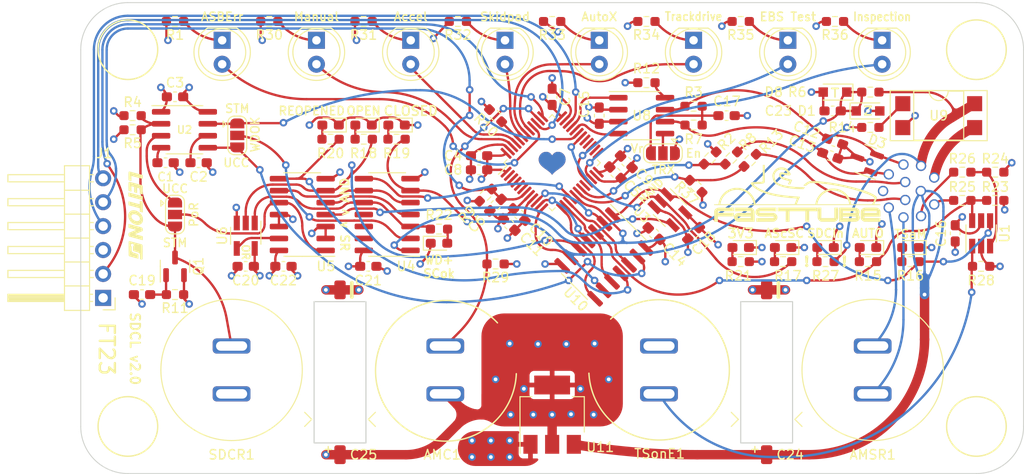
<source format=kicad_pcb>
(kicad_pcb (version 20211014) (generator pcbnew)

  (general
    (thickness 1.6)
  )

  (paper "A4")
  (layers
    (0 "F.Cu" signal)
    (1 "In1.Cu" power "GND.Cu")
    (2 "In2.Cu" power "3V3.Cu")
    (31 "B.Cu" signal)
    (33 "F.Adhes" user "F.Adhesive")
    (35 "F.Paste" user)
    (37 "F.SilkS" user "F.Silkscreen")
    (38 "B.Mask" user)
    (39 "F.Mask" user)
    (40 "Dwgs.User" user "User.Drawings")
    (41 "Cmts.User" user "User.Comments")
    (42 "Eco1.User" user "User.Eco1")
    (43 "Eco2.User" user "User.Eco2")
    (44 "Edge.Cuts" user)
    (45 "Margin" user)
    (46 "B.CrtYd" user "B.Courtyard")
    (47 "F.CrtYd" user "F.Courtyard")
    (49 "F.Fab" user)
  )

  (setup
    (stackup
      (layer "F.SilkS" (type "Top Silk Screen"))
      (layer "F.Paste" (type "Top Solder Paste"))
      (layer "F.Mask" (type "Top Solder Mask") (thickness 0.01))
      (layer "F.Cu" (type "copper") (thickness 0.035))
      (layer "dielectric 1" (type "core") (thickness 0.48) (material "FR4") (epsilon_r 4.5) (loss_tangent 0.02))
      (layer "In1.Cu" (type "copper") (thickness 0.035))
      (layer "dielectric 2" (type "prepreg") (thickness 0.48) (material "FR4") (epsilon_r 4.5) (loss_tangent 0.02))
      (layer "In2.Cu" (type "copper") (thickness 0.035))
      (layer "dielectric 3" (type "core") (thickness 0.48) (material "FR4") (epsilon_r 4.5) (loss_tangent 0.02))
      (layer "B.Cu" (type "copper") (thickness 0.035))
      (layer "B.Mask" (type "Bottom Solder Mask") (thickness 0.01))
      (copper_finish "None")
      (dielectric_constraints no)
    )
    (pad_to_mask_clearance 0)
    (pcbplotparams
      (layerselection 0x00010e0_ffffffff)
      (disableapertmacros false)
      (usegerberextensions false)
      (usegerberattributes true)
      (usegerberadvancedattributes true)
      (creategerberjobfile true)
      (svguseinch false)
      (svgprecision 6)
      (excludeedgelayer true)
      (plotframeref false)
      (viasonmask false)
      (mode 1)
      (useauxorigin false)
      (hpglpennumber 1)
      (hpglpenspeed 20)
      (hpglpendiameter 15.000000)
      (dxfpolygonmode true)
      (dxfimperialunits true)
      (dxfusepcbnewfont true)
      (psnegative false)
      (psa4output false)
      (plotreference true)
      (plotvalue true)
      (plotinvisibletext false)
      (sketchpadsonfab false)
      (subtractmaskfromsilk false)
      (outputformat 1)
      (mirror false)
      (drillshape 0)
      (scaleselection 1)
      (outputdirectory "export/")
    )
  )

  (net 0 "")
  (net 1 "GND")
  (net 2 "NRST")
  (net 3 "+12V")
  (net 4 "AMC")
  (net 5 "TRACESWO")
  (net 6 "SWDIO")
  (net 7 "SWCLK")
  (net 8 "Net-(R12-Pad1)")
  (net 9 "AMSRin")
  (net 10 "AMSRout")
  (net 11 "+3.3V")
  (net 12 "/CAN TRX/CAN_H")
  (net 13 "/CAN TRX/CAN_L")
  (net 14 "Net-(C19-Pad1)")
  (net 15 "/Connections/SDC_in_3V3")
  (net 16 "Net-(D2-Pad1)")
  (net 17 "Net-(D4-Pad2)")
  (net 18 "/Backup AMI/AMI0")
  (net 19 "Net-(D15-Pad1)")
  (net 20 "/Backup AMI/AMI1")
  (net 21 "Net-(D16-Pad1)")
  (net 22 "/Backup AMI/AMI2")
  (net 23 "Net-(D17-Pad1)")
  (net 24 "/Backup AMI/AMI3")
  (net 25 "Net-(D18-Pad1)")
  (net 26 "/Backup AMI/AMI4")
  (net 27 "Net-(D19-Pad1)")
  (net 28 "/Backup AMI/AMI5")
  (net 29 "Net-(D20-Pad1)")
  (net 30 "/Backup AMI/AMI6")
  (net 31 "Net-(J2-Pad1)")
  (net 32 "Net-(J2-Pad9)")
  (net 33 "Net-(R14-Pad2)")
  (net 34 "Net-(D5-Pad2)")
  (net 35 "Net-(D6-Pad2)")
  (net 36 "Net-(D7-Pad2)")
  (net 37 "Net-(D9-Pad2)")
  (net 38 "Net-(D10-Pad2)")
  (net 39 "Net-(D11-Pad2)")
  (net 40 "Net-(D12-Pad2)")
  (net 41 "Net-(D13-Pad2)")
  (net 42 "/Non-Programmable Logic/~{WDO}")
  (net 43 "/Non-Programmable Logic/RP")
  (net 44 "/Non-Programmable Logic/WP")
  (net 45 "/Controller/TS_activate_MUXed")
  (net 46 "/Non-Programmable Logic/close_while_allowed")
  (net 47 "/Non-Programmable Logic/~{reset_all}")
  (net 48 "/Non-Programmable Logic/closing_allowed")
  (net 49 "/Non-Programmable Logic/~{reopen}")
  (net 50 "/Non-Programmable Logic/WD_and_SDCin_ok")
  (net 51 "/Non-Programmable Logic/~{try_close}")
  (net 52 "Net-(J2-Pad11)")
  (net 53 "Net-(J2-Pad12)")
  (net 54 "Net-(JPPoR1-Pad1)")
  (net 55 "/Connections/SDC_out")
  (net 56 "/Connections/SDC_in")
  (net 57 "/Connections/TS_activate_dash")
  (net 58 "/Controller/Watchdog")
  (net 59 "WD_OK")
  (net 60 "/CAN TRX/CAN_TX")
  (net 61 "/CAN TRX/CAN_RX")
  (net 62 "Net-(D14-Pad1)")
  (net 63 "/Connections/ASMS")
  (net 64 "/Buttons/~{SDC_reset}")
  (net 65 "/Controller/AS_close_SDC")
  (net 66 "CLOSED")
  (net 67 "INITIAL_OPEN")
  (net 68 "REOPENED")
  (net 69 "/Buttons/TS_activate_ext")
  (net 70 "/Controller/SDC_is_ready")
  (net 71 "unconnected-(U7-Pad3)")
  (net 72 "unconnected-(U7-Pad4)")
  (net 73 "unconnected-(U7-Pad5)")
  (net 74 "Net-(U10-Pad2)")
  (net 75 "Net-(U10-Pad4)")
  (net 76 "Net-(U10-Pad6)")
  (net 77 "Net-(U10-Pad8)")
  (net 78 "Net-(U10-Pad10)")
  (net 79 "Net-(U10-Pad12)")
  (net 80 "unconnected-(U7-Pad20)")
  (net 81 "unconnected-(U7-Pad25)")
  (net 82 "unconnected-(U7-Pad26)")
  (net 83 "unconnected-(U7-Pad27)")
  (net 84 "unconnected-(U7-Pad28)")
  (net 85 "/CAN TRX/Vref")
  (net 86 "Net-(JP1-Pad2)")
  (net 87 "unconnected-(U4-Pad11)")
  (net 88 "unconnected-(U4-Pad12)")
  (net 89 "unconnected-(U4-Pad13)")
  (net 90 "LV_SENSE_2")
  (net 91 "LV_SENSE_1")
  (net 92 "unconnected-(U7-Pad29)")
  (net 93 "unconnected-(U7-Pad6)")
  (net 94 "/Controller/asb_error")
  (net 95 "Net-(R10-Pad1)")
  (net 96 "unconnected-(U7-Pad2)")

  (footprint "Capacitor_SMD:C_0603_1608Metric_Pad1.08x0.95mm_HandSolder" (layer "F.Cu") (at 109 67))

  (footprint "Capacitor_SMD:C_0603_1608Metric_Pad1.08x0.95mm_HandSolder" (layer "F.Cu") (at 112.5 67))

  (footprint "Capacitor_SMD:C_0603_1608Metric_Pad1.08x0.95mm_HandSolder" (layer "F.Cu") (at 110 60 180))

  (footprint "Capacitor_SMD:C_0603_1608Metric_Pad1.08x0.95mm_HandSolder" (layer "F.Cu") (at 142.25 66.25 180))

  (footprint "Capacitor_SMD:C_0603_1608Metric_Pad1.08x0.95mm_HandSolder" (layer "F.Cu") (at 156.717515 68.06066 -45))

  (footprint "Capacitor_SMD:C_0603_1608Metric_Pad1.08x0.95mm_HandSolder" (layer "F.Cu") (at 144 71.5 -135))

  (footprint "Capacitor_SMD:C_0603_1608Metric_Pad1.08x0.95mm_HandSolder" (layer "F.Cu") (at 150 60 90))

  (footprint "Capacitor_SMD:C_0603_1608Metric_Pad1.08x0.95mm_HandSolder" (layer "F.Cu") (at 142.25 67.75 180))

  (footprint "Capacitor_SMD:C_0603_1608Metric_Pad1.08x0.95mm_HandSolder" (layer "F.Cu") (at 157.867538 66.897577 -45))

  (footprint "Capacitor_SMD:C_0603_1608Metric_Pad1.08x0.95mm_HandSolder" (layer "F.Cu") (at 146.5 72.5 135))

  (footprint "Capacitor_SMD:C_0603_1608Metric_Pad1.08x0.95mm_HandSolder" (layer "F.Cu") (at 145.43934 73.56066 135))

  (footprint "Capacitor_SMD:C_0603_1608Metric_Pad1.08x0.95mm_HandSolder" (layer "F.Cu") (at 180 64.75 -20))

  (footprint "Capacitor_SMD:C_0603_1608Metric_Pad1.08x0.95mm_HandSolder" (layer "F.Cu") (at 179.5 66.25 160))

  (footprint "Package_TO_SOT_SMD:SOT-23-5_HandSoldering" (layer "F.Cu") (at 162.5 72 -45))

  (footprint "Capacitor_SMD:C_0603_1608Metric_Pad1.08x0.95mm_HandSolder" (layer "F.Cu") (at 155 62 90))

  (footprint "Package_TO_SOT_SMD:SOT-23-5_HandSoldering" (layer "F.Cu") (at 117.5 74.75 -90))

  (footprint "Resistor_SMD:R_0603_1608Metric_Pad0.98x0.95mm_HandSolder" (layer "F.Cu") (at 105.5 62))

  (footprint "Resistor_SMD:R_0603_1608Metric_Pad0.98x0.95mm_HandSolder" (layer "F.Cu") (at 105.5 63.5 180))

  (footprint "Resistor_SMD:R_0603_1608Metric_Pad0.98x0.95mm_HandSolder" (layer "F.Cu") (at 183.75 59.5 180))

  (footprint "Resistor_SMD:R_0603_1608Metric_Pad0.98x0.95mm_HandSolder" (layer "F.Cu") (at 142.93934 70.43934 45))

  (footprint "Resistor_SMD:R_0603_1608Metric_Pad0.98x0.95mm_HandSolder" (layer "F.Cu") (at 144 62 135))

  (footprint "Resistor_SMD:R_0603_1608Metric_Pad0.98x0.95mm_HandSolder" (layer "F.Cu") (at 160 58.5 180))

  (footprint "Package_TO_SOT_SMD:SOT-23-6_Handsoldering" (layer "F.Cu") (at 195.5 74.5 90))

  (footprint "Package_SO:SOIC-8_3.9x4.9mm_P1.27mm" (layer "F.Cu") (at 111 63.5))

  (footprint "Package_SO:SOIC-14_3.9x8.7mm_P1.27mm" (layer "F.Cu") (at 132.5 72.5 180))

  (footprint "Package_SO:SOIC-14_3.9x8.7mm_P1.27mm" (layer "F.Cu") (at 123.5 72.503922 180))

  (footprint "Package_QFP:LQFP-48_7x7mm_P0.5mm" (layer "F.Cu") (at 150 67 45))

  (footprint "Package_SO:SOIC-8_3.9x4.9mm_P1.27mm" (layer "F.Cu") (at 159.5 62))

  (footprint "Resistor_SMD:R_0603_1608Metric_Pad0.98x0.95mm_HandSolder" (layer "F.Cu") (at 183.75 63.25))

  (footprint "Package_DIP:DIP-4_W7.62mm_SMDSocket_SmallPads" (layer "F.Cu") (at 191 62))

  (footprint "Capacitor_SMD:C_0603_1608Metric_Pad1.08x0.95mm_HandSolder" (layer "F.Cu") (at 192.75 74.5 90))

  (footprint "Capacitor_SMD:C_0603_1608Metric_Pad1.08x0.95mm_HandSolder" (layer "F.Cu") (at 165 74.5 45))

  (footprint "Capacitor_SMD:C_0603_1608Metric_Pad1.08x0.95mm_HandSolder" (layer "F.Cu") (at 117.5 78))

  (footprint "Capacitor_SMD:C_0603_1608Metric_Pad1.08x0.95mm_HandSolder" (layer "F.Cu") (at 130.5 78 180))

  (footprint "Capacitor_SMD:C_0603_1608Metric_Pad1.08x0.95mm_HandSolder" (layer "F.Cu") (at 121.5 78 180))

  (footprint "Diode_SMD:D_0603_1608Metric_Pad1.05x0.95mm_HandSolder" (layer "F.Cu") (at 183.5 76 180))

  (footprint "Diode_SMD:D_0603_1608Metric_Pad1.05x0.95mm_HandSolder" (layer "F.Cu") (at 188 76 180))

  (footprint "Diode_SMD:D_0603_1608Metric_Pad1.05x0.95mm_HandSolder" (layer "F.Cu") (at 174.5 76 180))

  (footprint "Diode_SMD:D_0603_1608Metric_Pad1.05x0.95mm_HandSolder" (layer "F.Cu") (at 130 63 180))

  (footprint "Diode_SMD:D_0603_1608Metric_Pad1.05x0.95mm_HandSolder" (layer "F.Cu") (at 133.5 63 180))

  (footprint "Diode_SMD:D_0603_1608Metric_Pad1.05x0.95mm_HandSolder" (layer "F.Cu") (at 126.5 63 180))

  (footprint "Diode_SMD:D_0603_1608Metric_Pad1.05x0.95mm_HandSolder" (layer "F.Cu") (at 170 76 180))

  (footprint "Resistor_SMD:R_0603_1608Metric_Pad0.98x0.95mm_HandSolder" (layer "F.Cu") (at 183.5 77.5 180))

  (footprint "Resistor_SMD:R_0603_1608Metric_Pad0.98x0.95mm_HandSolder" (layer "F.Cu") (at 188 77.5))

  (footprint "Diode_SMD:D_0603_1608Metric_Pad1.05x0.95mm_HandSolder" (layer "F.Cu") (at 138 75.545))

  (footprint "Resistor_SMD:R_0603_1608Metric_Pad0.98x0.95mm_HandSolder" (layer "F.Cu") (at 174.5 77.5 180))

  (footprint "Resistor_SMD:R_0603_1608Metric_Pad0.98x0.95mm_HandSolder" (layer "F.Cu") (at 130.016666 64.5 180))

  (footprint "Resistor_SMD:R_0603_1608Metric_Pad0.98x0.95mm_HandSolder" (layer "F.Cu") (at 133.5 64.5 180))

  (footprint "Resistor_SMD:R_0603_1608Metric_Pad0.98x0.95mm_HandSolder" (layer "F.Cu") (at 126.5 64.5 180))

  (footprint "Resistor_SMD:R_0603_1608Metric_Pad0.98x0.95mm_HandSolder" (layer "F.Cu") (at 170 77.5 180))

  (footprint "Resistor_SMD:R_0603_1608Metric_Pad0.98x0.95mm_HandSolder" (layer "F.Cu") (at 138 74.045 180))

  (footprint "Capacitor_SMD:C_0603_1608Metric_Pad1.08x0.95mm_HandSolder" (layer "F.Cu") (at 179.75 61.5))

  (footprint "Diode_SMD:D_SOD-323_HandSoldering" (layer "F.Cu") (at 180 59.5 180))

  (footprint "MountingHole:MountingHole_3.2mm_M3" (layer "F.Cu")
    (tedit 56D1B4CB) (tstamp 00000000-0000-0000-0000-000061bee488)
    (at 105 55 180)
    (descr "Mounting Hole 3.2mm, no annular, M3")
    (tags "mounting hole 3.2mm no annular m3")
    (property "Sheetfile" "connections.kicad_sch")
    (property "Sheetname" "Connections")
    (path "/00000000-0000-0000-0000-000061bba8ea/00000000-0000-0000-0000-000061bd2819")
    (attr exclude_from_pos_files)
    (fp_text reference "H1" (at 0 -4.2) (layer "F.SilkS") hide
      (effects (font (size 1 1) (thickness 0.15)))
      (tstamp 47fadd5d-e63f-4824-9b10-de5d2fb6df9a)
    )
    (fp_text value "MountingHole" (at 0 4.2) (layer "F.Fab")
      (effects (font (size 1 1) (thickness 0.15)))
... [1285174 chars truncated]
</source>
